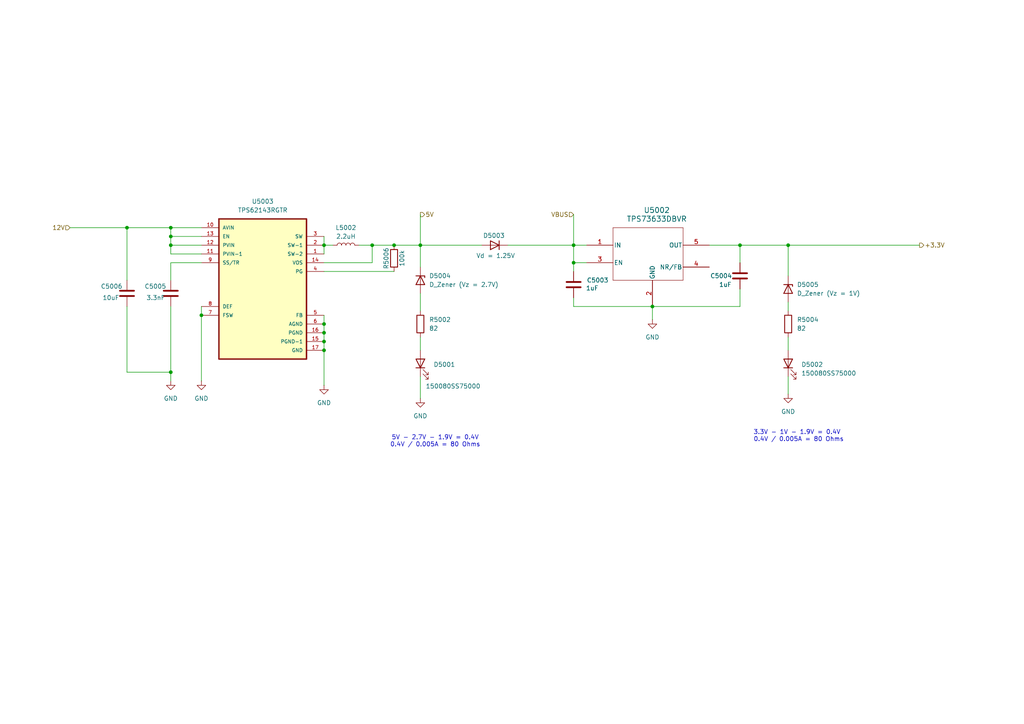
<source format=kicad_sch>
(kicad_sch (version 20231120) (generator "eeschema") (generator_version "8.0")
  (paper "A4")
  (lib_symbols
    (symbol "Device:C" (pin_numbers hide) (pin_names (offset 0.254))
      (property "Reference" "C" (at 0.635 2.54 0))
      (property "Value" "C" (at 0.635 -2.54 0))
      (symbol "C_0_1"
        (polyline (pts (xy -2.032 -0.762) (xy 2.032 -0.762)) (stroke (width 0.508)))
        (polyline (pts (xy -2.032 0.762) (xy 2.032 0.762)) (stroke (width 0.508)))
      )
      (symbol "C_1_1"
        (pin passive line (at 0 3.81 270) (length 2.794) (name "~") (number "1"))
        (pin passive line (at 0 -3.81 90) (length 2.794) (name "~") (number "2"))
      )
    )
    (symbol "Device:D" (pin_numbers hide) (pin_names (offset 1.016) hide)
      (property "Reference" "D" (at 0 2.54 0))
      (property "Value" "D" (at 0 -2.54 0))
      (symbol "D_0_1"
        (polyline (pts (xy -1.27 1.27) (xy -1.27 -1.27)) (stroke (width 0.254)))
        (polyline (pts (xy 1.27 0) (xy -1.27 0)))
        (polyline (pts (xy 1.27 1.27) (xy 1.27 -1.27) (xy -1.27 0) (xy 1.27 1.27)) (stroke (width 0.254)))
      )
      (symbol "D_1_1"
        (pin passive line (at -3.81 0 0) (length 2.54) (name "K") (number "1"))
        (pin passive line (at 3.81 0 180) (length 2.54) (name "A") (number "2"))
      )
    )
    (symbol "Device:D_Zener" (pin_numbers hide) (pin_names (offset 1.016) hide)
      (property "Reference" "D" (at 0 2.54 0))
      (property "Value" "D_Zener" (at 0 -2.54 0))
      (symbol "D_Zener_0_1"
        (polyline (pts (xy 1.27 0) (xy -1.27 0)))
        (polyline (pts (xy -1.27 -1.27) (xy -1.27 1.27) (xy -0.762 1.27)) (stroke (width 0.254)))
        (polyline (pts (xy 1.27 -1.27) (xy 1.27 1.27) (xy -1.27 0) (xy 1.27 -1.27)) (stroke (width 0.254)))
      )
      (symbol "D_Zener_1_1"
        (pin passive line (at -3.81 0 0) (length 2.54) (name "K") (number "1"))
        (pin passive line (at 3.81 0 180) (length 2.54) (name "A") (number "2"))
      )
    )
    (symbol "Device:L" (pin_numbers hide) (pin_names (offset 1.016) hide)
      (property "Reference" "L" (at -1.27 0 90))
      (property "Value" "L" (at 1.905 0 90))
      (symbol "L_0_1"
        (arc (start 0 -2.54) (mid 0.6323 -1.905) (end 0 -1.27))
        (arc (start 0 -1.27) (mid 0.6323 -0.635) (end 0 0))
        (arc (start 0 0) (mid 0.6323 0.635) (end 0 1.27))
        (arc (start 0 1.27) (mid 0.6323 1.905) (end 0 2.54))
      )
      (symbol "L_1_1"
        (pin passive line (at 0 3.81 270) (length 1.27) (name "1") (number "1"))
        (pin passive line (at 0 -3.81 90) (length 1.27) (name "2") (number "2"))
      )
    )
    (symbol "Device:LED" (pin_numbers hide) (pin_names (offset 1.016) hide)
      (property "Reference" "D" (at 0 2.54 0))
      (property "Value" "LED" (at 0 -2.54 0))
      (symbol "LED_0_1"
        (polyline (pts (xy -1.27 -1.27) (xy -1.27 1.27)) (stroke (width 0.254)))
        (polyline (pts (xy -1.27 0) (xy 1.27 0)))
        (polyline (pts (xy 1.27 -1.27) (xy 1.27 1.27) (xy -1.27 0) (xy 1.27 -1.27)) (stroke (width 0.254)))
        (polyline (pts (xy -3.048 -0.762) (xy -4.572 -2.286) (xy -3.81 -2.286) (xy -4.572 -2.286) (xy -4.572 -1.524)))
        (polyline (pts (xy -1.778 -0.762) (xy -3.302 -2.286) (xy -2.54 -2.286) (xy -3.302 -2.286) (xy -3.302 -1.524)))
      )
      (symbol "LED_1_1"
        (pin passive line (at -3.81 0 0) (length 2.54) (name "K") (number "1"))
        (pin passive line (at 3.81 0 180) (length 2.54) (name "A") (number "2"))
      )
    )
    (symbol "Device:R" (pin_numbers hide) (pin_names (offset 0))
      (property "Reference" "R" (at 2.032 0 90))
      (property "Value" "R" (at 0 0 90))
      (symbol "R_0_1"
        (rectangle (start -1.016 -2.54) (end 1.016 2.54) (stroke (width 0.254)))
      )
      (symbol "R_1_1"
        (pin passive line (at 0 3.81 270) (length 1.27) (name "~") (number "1"))
        (pin passive line (at 0 -3.81 90) (length 1.27) (name "~") (number "2"))
      )
    )
    (symbol "TPS62143RGTR:TPS62143RGTR" (pin_names (offset 1.016))
      (property "Reference" "U5003" (at 0 25.4 0))
      (property "Value" "TPS62143RGTR" (at 0 22.86 0))
      (symbol "TPS62143RGTR_0_0"
        (rectangle (start -12.7 20.32) (end 12.7 -20.32) (stroke (width 0.41)) (fill (type background)))
        (pin output line (at 17.78 10.16 180) (length 5.08) (name "SW-2") (number "1"))
        (pin input line (at -17.78 17.78 0) (length 5.08) (name "AVIN") (number "10"))
        (pin input line (at -17.78 10.16 0) (length 5.08) (name "PVIN-1") (number "11"))
        (pin input line (at -17.78 12.7 0) (length 5.08) (name "PVIN") (number "12"))
        (pin input line (at -17.78 15.24 0) (length 5.08) (name "EN") (number "13"))
        (pin input line (at 17.78 7.62 180) (length 5.08) (name "VOS") (number "14"))
        (pin power_in line (at 17.78 -15.24 180) (length 5.08) (name "PGND-1") (number "15"))
        (pin power_in line (at 17.78 -12.7 180) (length 5.08) (name "PGND") (number "16"))
        (pin output line (at 17.78 12.7 180) (length 5.08) (name "SW-1") (number "2"))
        (pin output line (at 17.78 15.24 180) (length 5.08) (name "SW") (number "3"))
        (pin output line (at 17.78 5.08 180) (length 5.08) (name "PG") (number "4"))
        (pin input line (at 17.78 -7.62 180) (length 5.08) (name "FB") (number "5"))
        (pin power_in line (at 17.78 -10.16 180) (length 5.08) (name "AGND") (number "6"))
        (pin input line (at -17.78 -7.62 0) (length 5.08) (name "FSW") (number "7"))
        (pin input line (at -17.78 -5.08 0) (length 5.08) (name "DEF") (number "8"))
        (pin input line (at -17.78 7.62 0) (length 5.08) (name "SS/TR") (number "9"))
      )
      (symbol "TPS62143RGTR_1_0"
        (pin power_in line (at 17.78 -17.78 180) (length 5.08) (name "GND") (number "17"))
        (pin power_in line (at 17.78 -17.78 180) (length 5.08) hide (name "GND") (number "18"))
        (pin power_in line (at 17.78 -17.78 180) (length 5.08) hide (name "GND") (number "19"))
        (pin power_in line (at 17.78 -17.78 180) (length 5.08) hide (name "GND") (number "20"))
        (pin power_in line (at 17.78 -17.78 180) (length 5.08) hide (name "GND") (number "21"))
        (pin power_in line (at 17.78 -17.78 180) (length 5.08) hide (name "GND") (number "22"))
      )
    )
    (symbol "TPS73233DBVR:TPS73633DBVR" (pin_names (offset 0.254))
      (property "Reference" "U5002" (at 30.48 10.16 0))
      (property "Value" "TPS73633DBVR" (at 30.48 7.62 0))
      (symbol "TPS73633DBVR_0_1"
        (polyline (pts (xy 17.78 -10.16) (xy 38.1 -10.16)) (stroke (width 0.127)))
        (polyline (pts (xy 17.78 5.08) (xy 17.78 -10.16)) (stroke (width 0.127)))
        (polyline (pts (xy 38.1 -10.16) (xy 38.1 5.08)) (stroke (width 0.127)))
        (polyline (pts (xy 38.1 5.08) (xy 17.78 5.08)) (stroke (width 0.127)))
        (pin input line (at 10.16 0 0) (length 7.62) (name "IN") (number "1"))
        (pin power_in line (at 29.21 -17.78 90) (length 7.62) (name "GND") (number "2"))
        (pin unspecified line (at 10.16 -5.08 0) (length 7.62) (name "EN") (number "3"))
        (pin bidirectional line (at 45.72 -6.35 180) (length 7.62) (name "NR/FB") (number "4"))
        (pin output line (at 45.72 0 180) (length 7.62) (name "OUT") (number "5"))
      )
    )
    (symbol "power:GND" (power) (pin_numbers hide) (pin_names (offset 0) hide)
      (property "Value" "GND" (at 0 -3.81 0))
      (symbol "GND_0_1"
        (polyline (pts (xy 0 0) (xy 0 -1.27) (xy 1.27 -1.27) (xy 0 -2.54) (xy -1.27 -1.27) (xy 0 -1.27)))
      )
      (symbol "GND_1_1"
        (pin power_in line (at 0 0 270) (length 0) (name "~") (number "1"))
      )
    )
  )
  (junction (at 166.37 71.12))
  (junction (at 189.23 88.9))
  (junction (at 93.98 93.98))
  (junction (at 214.63 71.12))
  (junction (at 49.53 68.58))
  (junction (at 107.95 71.12))
  (junction (at 49.53 107.95))
  (junction (at 36.83 66.04))
  (junction (at 166.37 76.2))
  (junction (at 93.98 71.12))
  (junction (at 93.98 101.6))
  (junction (at 58.42 91.44))
  (junction (at 93.98 96.52))
  (junction (at 49.53 66.04))
  (junction (at 93.98 99.06))
  (junction (at 121.92 71.12))
  (junction (at 49.53 71.12))
  (junction (at 228.6 71.12))
  (junction (at 114.3 71.12))
  (wire (pts (xy 166.37 86.36) (xy 166.37 88.9)))
  (wire (pts (xy 214.63 88.9) (xy 189.23 88.9)))
  (wire (pts (xy 121.92 97.79) (xy 121.92 101.6)))
  (wire (pts (xy 214.63 71.12) (xy 228.6 71.12)))
  (wire (pts (xy 121.92 85.09) (xy 121.92 90.17)))
  (wire (pts (xy 121.92 109.22) (xy 121.92 115.57)))
  (wire (pts (xy 93.98 91.44) (xy 93.98 93.98)))
  (wire (pts (xy 49.53 73.66) (xy 49.53 71.12)))
  (wire (pts (xy 49.53 73.66) (xy 58.42 73.66)))
  (wire (pts (xy 166.37 76.2) (xy 166.37 78.74)))
  (wire (pts (xy 114.3 71.12) (xy 121.92 71.12)))
  (wire (pts (xy 93.98 78.74) (xy 114.3 78.74)))
  (wire (pts (xy 36.83 66.04) (xy 36.83 81.28)))
  (wire (pts (xy 49.53 68.58) (xy 49.53 66.04)))
  (wire (pts (xy 49.53 68.58) (xy 58.42 68.58)))
  (wire (pts (xy 58.42 88.9) (xy 58.42 91.44)))
  (wire (pts (xy 214.63 83.82) (xy 214.63 88.9)))
  (wire (pts (xy 36.83 66.04) (xy 49.53 66.04)))
  (wire (pts (xy 93.98 93.98) (xy 93.98 96.52)))
  (wire (pts (xy 166.37 71.12) (xy 166.37 76.2)))
  (wire (pts (xy 107.95 71.12) (xy 107.95 76.2)))
  (wire (pts (xy 121.92 71.12) (xy 139.7 71.12)))
  (wire (pts (xy 93.98 68.58) (xy 93.98 71.12)))
  (wire (pts (xy 49.53 71.12) (xy 58.42 71.12)))
  (wire (pts (xy 228.6 109.22) (xy 228.6 114.3)))
  (wire (pts (xy 20.32 66.04) (xy 36.83 66.04)))
  (wire (pts (xy 121.92 71.12) (xy 121.92 77.47)))
  (wire (pts (xy 166.37 88.9) (xy 189.23 88.9)))
  (wire (pts (xy 36.83 107.95) (xy 49.53 107.95)))
  (wire (pts (xy 36.83 88.9) (xy 36.83 107.95)))
  (wire (pts (xy 228.6 71.12) (xy 266.7 71.12)))
  (wire (pts (xy 49.53 76.2) (xy 58.42 76.2)))
  (wire (pts (xy 189.23 92.71) (xy 189.23 88.9)))
  (wire (pts (xy 93.98 99.06) (xy 93.98 101.6)))
  (wire (pts (xy 58.42 66.04) (xy 49.53 66.04)))
  (wire (pts (xy 166.37 62.23) (xy 166.37 71.12)))
  (wire (pts (xy 205.74 71.12) (xy 214.63 71.12)))
  (wire (pts (xy 228.6 97.79) (xy 228.6 101.6)))
  (wire (pts (xy 93.98 71.12) (xy 93.98 73.66)))
  (wire (pts (xy 166.37 71.12) (xy 170.18 71.12)))
  (wire (pts (xy 49.53 71.12) (xy 49.53 68.58)))
  (wire (pts (xy 93.98 76.2) (xy 107.95 76.2)))
  (wire (pts (xy 49.53 88.9) (xy 49.53 107.95)))
  (wire (pts (xy 228.6 87.63) (xy 228.6 90.17)))
  (wire (pts (xy 166.37 76.2) (xy 170.18 76.2)))
  (wire (pts (xy 93.98 71.12) (xy 96.52 71.12)))
  (wire (pts (xy 228.6 71.12) (xy 228.6 80.01)))
  (wire (pts (xy 147.32 71.12) (xy 166.37 71.12)))
  (wire (pts (xy 104.14 71.12) (xy 107.95 71.12)))
  (wire (pts (xy 93.98 101.6) (xy 93.98 111.76)))
  (wire (pts (xy 107.95 71.12) (xy 114.3 71.12)))
  (wire (pts (xy 49.53 81.28) (xy 49.53 76.2)))
  (wire (pts (xy 214.63 71.12) (xy 214.63 76.2)))
  (wire (pts (xy 58.42 91.44) (xy 58.42 110.49)))
  (wire (pts (xy 121.92 62.23) (xy 121.92 71.12)))
  (wire (pts (xy 49.53 110.49) (xy 49.53 107.95)))
  (wire (pts (xy 93.98 96.52) (xy 93.98 99.06)))
  (text "5V - 2.7V - 1.9V = 0.4V\n0.4V / 0.005A = 80 Ohms\n" (at 126.238 128.016 0) (effects (font (size 1.27 1.27))))
  (text "3.3V - 1V - 1.9V = 0.4V \n0.4V / 0.005A = 80 Ohms\n" (at 231.648 126.492 0) (effects (font (size 1.27 1.27))))
  (hierarchical_label "VBUS" (shape input) (at 166.37 62.23 180))
  (hierarchical_label "12V" (shape input) (at 20.32 66.04 180))
  (hierarchical_label "+3.3V" (shape output) (at 266.7 71.12 0))
  (hierarchical_label "5V" (shape output) (at 121.92 62.23 0))
  (symbol (lib_id "TPS62143RGTR:TPS62143RGTR") (at 76.2 83.82 0) (unit 1)
    (property "Reference" "U5003" (at 76.2 58.42 0))
    (property "Value" "TPS62143RGTR" (at 76.2 60.96 0))
    (property "Footprint" "TPS62143RGTR:QFN50P300X300X100-17N" (effects (hide yes)))
    (property "Datasheet" "https://jlcpcb.com/partdetail/TexasInstruments-TPS62143RGTR/C2070702" (effects (hide yes)))
    (property "LCSC Part Number" "C2070702" (effects (hide yes)))
  )
  (symbol (lib_id "power:GND") (at 228.6 114.3 0) (unit 1)
    (property "Reference" "#PWR05004" (effects (hide yes)))
    (property "Value" "GND" (at 228.6 119.38 0))
    (property "Description" "Power symbol creates a global label with name \"GND\" , ground" (effects (hide yes)))
  )
  (symbol (lib_id "power:GND") (at 93.98 111.76 0) (unit 1)
    (property "Reference" "#PWR05006" (effects (hide yes)))
    (property "Value" "GND" (at 93.98 116.84 0))
    (property "Description" "Power symbol creates a global label with name \"GND\" , ground" (effects (hide yes)))
  )
  (symbol (lib_id "Device:LED") (at 228.6 105.41 90) (unit 1)
    (property "Reference" "D5002" (at 232.41 105.7274 90) (effects (justify right)))
    (property "Value" "150080SS75000" (at 232.41 108.2674 90) (effects (justify right)))
    (property "Footprint" "LED_SMD:LED_0603_1608Metric" (effects (hide yes)))
    (property "Datasheet" "https://jlcpcb.com/partdetail/Hubei_KentoElec-KT0603R/C2286" (effects (hide yes)))
    (property "Description" "Light emitting diode" (effects (hide yes)))
    (property "LCSC Part Number" "C2286" (effects (hide yes)))
  )
  (symbol (lib_id "Device:D_Zener") (at 121.92 81.28 270) (unit 1)
    (property "Reference" "D5004" (at 124.46 80.0099 90) (effects (justify left)))
    (property "Value" "D_Zener (Vz = 2.7V)" (at 124.46 82.5499 90) (effects (justify left)))
    (property "Footprint" "work:SOD123_DIO" (effects (hide yes)))
    (property "Description" "Zener diode" (effects (hide yes)))
  )
  (symbol (lib_id "Device:D") (at 143.51 71.12 180) (unit 1)
    (property "Reference" "D5003" (at 143.256 68.326 0))
    (property "Value" "Vd = 1.25V" (at 143.764 74.168 0))
    (property "Footprint" "work:SOD123_DIO" (effects (hide yes)))
    (property "Description" "Diode" (effects (hide yes)))
    (property "Sim.Device" "D" (effects (hide yes)))
    (property "Sim.Pins" "1=K 2=A" (effects (hide yes)))
  )
  (symbol (lib_id "power:GND") (at 49.53 110.49 0) (unit 1)
    (property "Reference" "#PWR05005" (effects (hide yes)))
    (property "Value" "GND" (at 49.53 115.57 0))
    (property "Description" "Power symbol creates a global label with name \"GND\" , ground" (effects (hide yes)))
  )
  (symbol (lib_id "power:GND") (at 189.23 92.71 0) (unit 1)
    (property "Reference" "#PWR05003" (effects (hide yes)))
    (property "Value" "GND" (at 189.23 97.79 0))
    (property "Description" "Power symbol creates a global label with name \"GND\" , ground" (effects (hide yes)))
  )
  (symbol (lib_id "Device:R") (at 121.92 93.98 0) (unit 1)
    (property "Reference" "R5002" (at 124.46 92.7099 0) (effects (justify left)))
    (property "Value" "82" (at 124.46 95.2499 0) (effects (justify left)))
    (property "Footprint" "Resistor_SMD:R_0805_2012Metric" (effects (hide yes)))
    (property "Datasheet" "https://jlcpcb.com/partdetail/18529-0805W8F820JT5E/C17841" (effects (hide yes)))
    (property "Description" "Resistor" (effects (hide yes)))
    (property "LCSC Part Number" "C17841" (effects (hide yes)))
  )
  (symbol (lib_id "Device:C") (at 49.53 85.09 0) (unit 1)
    (property "Reference" "C5005" (at 41.91 83.058 0) (effects (justify left)))
    (property "Value" "3.3nF" (at 42.418 86.36 0) (effects (justify left)))
    (property "Footprint" "Capacitor_SMD:C_0402_1005Metric" (effects (hide yes)))
    (property "Datasheet" "https://jlcpcb.com/partdetail/1888-0402B332K500NT/C1536" (effects (hide yes)))
    (property "Description" "Unpolarized capacitor" (effects (hide yes)))
    (property "LCSC Part Number" "C1536" (effects (hide yes)))
  )
  (symbol (lib_id "TPS73233DBVR:TPS73633DBVR") (at 160.02 71.12 0) (unit 1)
    (property "Reference" "U5002" (at 190.5 60.96 0) (effects (font (size 1.524 1.524))))
    (property "Value" "TPS73633DBVR" (at 190.5 63.5 0) (effects (font (size 1.524 1.524))))
    (property "Footprint" "Package_TO_SOT_SMD:SOT-23-5" (effects (hide yes)))
    (property "Datasheet" "https://jlcpcb.com/partdetail/TexasInstruments-TPS73633DBVR/C28038" (effects (hide yes)))
    (property "LCSC Part Number" "C28038" (effects (hide yes)))
  )
  (symbol (lib_id "Device:C") (at 166.37 82.55 0) (unit 1)
    (property "Reference" "C5003" (at 170.18 81.28 0) (effects (justify left)))
    (property "Value" "1uF" (at 169.926 83.566 0) (effects (justify left)))
    (property "Footprint" "Capacitor_SMD:C_0402_1005Metric" (effects (hide yes)))
    (property "Datasheet" "https://jlcpcb.com/partdetail/15107-CL05A105KP5NNNC/C14445" (effects (hide yes)))
    (property "Description" "Unpolarized capacitor" (effects (hide yes)))
    (property "LCSC Part Number" "C14445" (effects (hide yes)))
  )
  (symbol (lib_id "Device:R") (at 114.3 74.93 180) (unit 1)
    (property "Reference" "R5006" (at 112.014 74.93 90))
    (property "Value" "100k" (at 116.586 74.93 90))
    (property "Footprint" "Resistor_SMD:R_0402_1005Metric" (effects (hide yes)))
    (property "Datasheet" "https://jlcpcb.com/partdetail/26484-0402WGF1003TCE/C25741" (effects (hide yes)))
    (property "Description" "Resistor" (effects (hide yes)))
    (property "LCSC Part Number" "C25741" (effects (hide yes)))
  )
  (symbol (lib_id "Device:R") (at 228.6 93.98 0) (unit 1)
    (property "Reference" "R5004" (at 231.14 92.7099 0) (effects (justify left)))
    (property "Value" "82" (at 231.14 95.2499 0) (effects (justify left)))
    (property "Footprint" "Resistor_SMD:R_0805_2012Metric" (effects (hide yes)))
    (property "Datasheet" "https://jlcpcb.com/partdetail/18529-0805W8F820JT5E/C17841" (effects (hide yes)))
    (property "Description" "Resistor" (effects (hide yes)))
    (property "LCSC Part Number" "C17841" (effects (hide yes)))
  )
  (symbol (lib_id "Device:C") (at 36.83 85.09 0) (unit 1)
    (property "Reference" "C5006" (at 29.21 83.058 0) (effects (justify left)))
    (property "Value" "10uF" (at 29.718 86.36 0) (effects (justify left)))
    (property "Footprint" "Capacitor_SMD:C_0603_1608Metric" (effects (hide yes)))
    (property "Datasheet" "https://jlcpcb.com/partdetail/71320-0603X106K160NT/C70225" (effects (hide yes)))
    (property "Description" "Unpolarized capacitor" (effects (hide yes)))
    (property "LCSC Part Number" "C70225" (effects (hide yes)))
  )
  (symbol (lib_id "power:GND") (at 58.42 110.49 0) (unit 1)
    (property "Reference" "#PWR05007" (effects (hide yes)))
    (property "Value" "GND" (at 58.42 115.57 0))
    (property "Description" "Power symbol creates a global label with name \"GND\" , ground" (effects (hide yes)))
  )
  (symbol (lib_id "Device:LED") (at 121.92 105.41 90) (unit 1)
    (property "Reference" "D5001" (at 125.73 105.7274 90) (effects (justify right)))
    (property "Value" "150080SS75000" (at 123.444 112.014 90) (effects (justify right)))
    (property "Footprint" "LED_SMD:LED_0603_1608Metric" (effects (hide yes)))
    (property "Datasheet" "https://jlcpcb.com/partdetail/Hubei_KentoElec-KT0603R/C2286" (effects (hide yes)))
    (property "Description" "Light emitting diode" (effects (hide yes)))
    (property "LCSC Part Number" "C2286" (effects (hide yes)))
  )
  (symbol (lib_id "power:GND") (at 121.92 115.57 0) (unit 1)
    (property "Reference" "#PWR05001" (effects (hide yes)))
    (property "Value" "GND" (at 121.92 120.65 0))
    (property "Description" "Power symbol creates a global label with name \"GND\" , ground" (effects (hide yes)))
  )
  (symbol (lib_id "Device:L") (at 100.33 71.12 90) (unit 1)
    (property "Reference" "L5002" (at 100.33 66.04 90))
    (property "Value" "2.2uH" (at 100.33 68.58 90))
    (property "Footprint" "work:IND-SMD_L7.2-W6.6_GPSR07X0" (effects (hide yes)))
    (property "Datasheet" "https://jlcpcb.com/partdetail/ShouHan-CYA0630_22UH/C5189746" (effects (hide yes)))
    (property "Description" "Inductor" (effects (hide yes)))
    (property "LCSC Part Number" "C5189746" (effects (hide yes)))
  )
  (symbol (lib_id "Device:C") (at 214.63 80.01 0) (unit 1)
    (property "Reference" "C5004" (at 205.994 80.01 0) (effects (justify left)))
    (property "Value" "1uF" (at 208.534 82.55 0) (effects (justify left)))
    (property "Footprint" "Capacitor_SMD:C_0402_1005Metric" (effects (hide yes)))
    (property "Datasheet" "https://jlcpcb.com/partdetail/15107-CL05A105KP5NNNC/C14445" (effects (hide yes)))
    (property "Description" "Unpolarized capacitor" (effects (hide yes)))
    (property "LCSC Part Number" "C14445" (effects (hide yes)))
  )
  (symbol (lib_id "Device:D_Zener") (at 228.6 83.82 270) (unit 1)
    (property "Reference" "D5005" (at 231.14 82.5499 90) (effects (justify left)))
    (property "Value" "D_Zener (Vz = 1V)" (at 231.14 85.0899 90) (effects (justify left)))
    (property "Footprint" "work:P25_DO-214AC_SMA" (effects (hide yes)))
    (property "Description" "Zener diode" (effects (hide yes)))
  )
)
</source>
